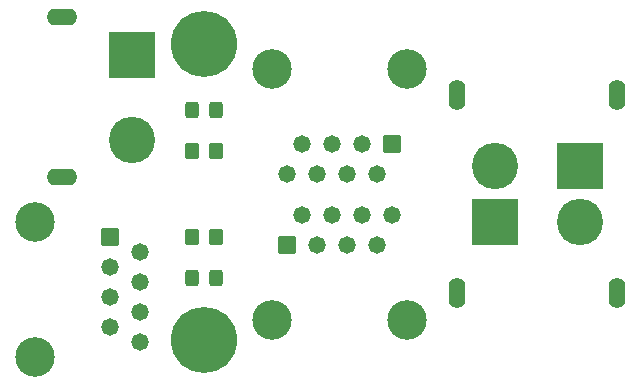
<source format=gbs>
%TF.GenerationSoftware,KiCad,Pcbnew,8.0.1-8.0.1-1~ubuntu22.04.1*%
%TF.CreationDate,2024-04-16T22:31:26-04:00*%
%TF.ProjectId,rocker_splitter,726f636b-6572-45f7-9370-6c6974746572,rev?*%
%TF.SameCoordinates,Original*%
%TF.FileFunction,Soldermask,Bot*%
%TF.FilePolarity,Negative*%
%FSLAX46Y46*%
G04 Gerber Fmt 4.6, Leading zero omitted, Abs format (unit mm)*
G04 Created by KiCad (PCBNEW 8.0.1-8.0.1-1~ubuntu22.04.1) date 2024-04-16 22:31:26*
%MOMM*%
%LPD*%
G01*
G04 APERTURE LIST*
G04 Aperture macros list*
%AMRoundRect*
0 Rectangle with rounded corners*
0 $1 Rounding radius*
0 $2 $3 $4 $5 $6 $7 $8 $9 X,Y pos of 4 corners*
0 Add a 4 corners polygon primitive as box body*
4,1,4,$2,$3,$4,$5,$6,$7,$8,$9,$2,$3,0*
0 Add four circle primitives for the rounded corners*
1,1,$1+$1,$2,$3*
1,1,$1+$1,$4,$5*
1,1,$1+$1,$6,$7*
1,1,$1+$1,$8,$9*
0 Add four rect primitives between the rounded corners*
20,1,$1+$1,$2,$3,$4,$5,0*
20,1,$1+$1,$4,$5,$6,$7,0*
20,1,$1+$1,$6,$7,$8,$9,0*
20,1,$1+$1,$8,$9,$2,$3,0*%
G04 Aperture macros list end*
%ADD10O,2.604000X1.404000*%
%ADD11RoundRect,0.102000X1.858000X-1.858000X1.858000X1.858000X-1.858000X1.858000X-1.858000X-1.858000X0*%
%ADD12C,3.920000*%
%ADD13RoundRect,0.102000X-1.858000X-1.858000X1.858000X-1.858000X1.858000X1.858000X-1.858000X1.858000X0*%
%ADD14O,1.404000X2.604000*%
%ADD15RoundRect,0.102000X1.858000X1.858000X-1.858000X1.858000X-1.858000X-1.858000X1.858000X-1.858000X0*%
%ADD16C,3.600000*%
%ADD17C,5.600000*%
%ADD18RoundRect,0.250000X-0.350000X-0.450000X0.350000X-0.450000X0.350000X0.450000X-0.350000X0.450000X0*%
%ADD19C,3.350000*%
%ADD20RoundRect,0.102000X-0.634000X0.634000X-0.634000X-0.634000X0.634000X-0.634000X0.634000X0.634000X0*%
%ADD21C,1.472000*%
%ADD22RoundRect,0.250000X-0.325000X-0.450000X0.325000X-0.450000X0.325000X0.450000X-0.325000X0.450000X0*%
%ADD23RoundRect,0.102000X0.634000X0.634000X-0.634000X0.634000X-0.634000X-0.634000X0.634000X-0.634000X0*%
%ADD24RoundRect,0.102000X-0.634000X-0.634000X0.634000X-0.634000X0.634000X0.634000X-0.634000X0.634000X0*%
G04 APERTURE END LIST*
D10*
%TO.C,P_IN_1*%
X43342500Y-30795000D03*
X43342500Y-44295000D03*
D11*
X49342500Y-33945000D03*
D12*
X49342500Y-41145000D03*
%TD*%
%TO.C,P_OUT_1*%
X79995000Y-43395000D03*
D13*
X87195000Y-43395000D03*
D14*
X76845000Y-37395000D03*
X90345000Y-37395000D03*
%TD*%
D12*
%TO.C,P_OUT_2*%
X87195000Y-48145000D03*
D15*
X79995000Y-48145000D03*
D14*
X90345000Y-54145000D03*
X76845000Y-54145000D03*
%TD*%
D16*
%TO.C,H2*%
X55395000Y-58095000D03*
D17*
X55395000Y-58095000D03*
%TD*%
D16*
%TO.C,H1*%
X55395000Y-33095000D03*
D17*
X55395000Y-33095000D03*
%TD*%
D18*
%TO.C,R2*%
X56397500Y-49395000D03*
X54397500Y-49395000D03*
%TD*%
D19*
%TO.C,D_IN_1*%
X41092500Y-48124000D03*
X41092500Y-59556000D03*
D20*
X47442500Y-49395000D03*
D21*
X49982500Y-50665000D03*
X47442500Y-51935000D03*
X49982500Y-53205000D03*
X47442500Y-54475000D03*
X49982500Y-55745000D03*
X47442500Y-57015000D03*
X49982500Y-58285000D03*
%TD*%
D22*
%TO.C,D2*%
X56422500Y-52895000D03*
X54372500Y-52895000D03*
%TD*%
D19*
%TO.C,D_OUT_1*%
X72613500Y-35195000D03*
X61181500Y-35195000D03*
D23*
X71342500Y-41545000D03*
D21*
X70072500Y-44085000D03*
X68802500Y-41545000D03*
X67532500Y-44085000D03*
X66262500Y-41545000D03*
X64992500Y-44085000D03*
X63722500Y-41545000D03*
X62452500Y-44085000D03*
%TD*%
D19*
%TO.C,D_OUT_2*%
X61136500Y-56385000D03*
X72568500Y-56385000D03*
D24*
X62407500Y-50035000D03*
D21*
X63677500Y-47495000D03*
X64947500Y-50035000D03*
X66217500Y-47495000D03*
X67487500Y-50035000D03*
X68757500Y-47495000D03*
X70027500Y-50035000D03*
X71297500Y-47495000D03*
%TD*%
D18*
%TO.C,R1*%
X54397500Y-42145000D03*
X56397500Y-42145000D03*
%TD*%
D22*
%TO.C,D1*%
X56422500Y-38645000D03*
X54372500Y-38645000D03*
%TD*%
M02*

</source>
